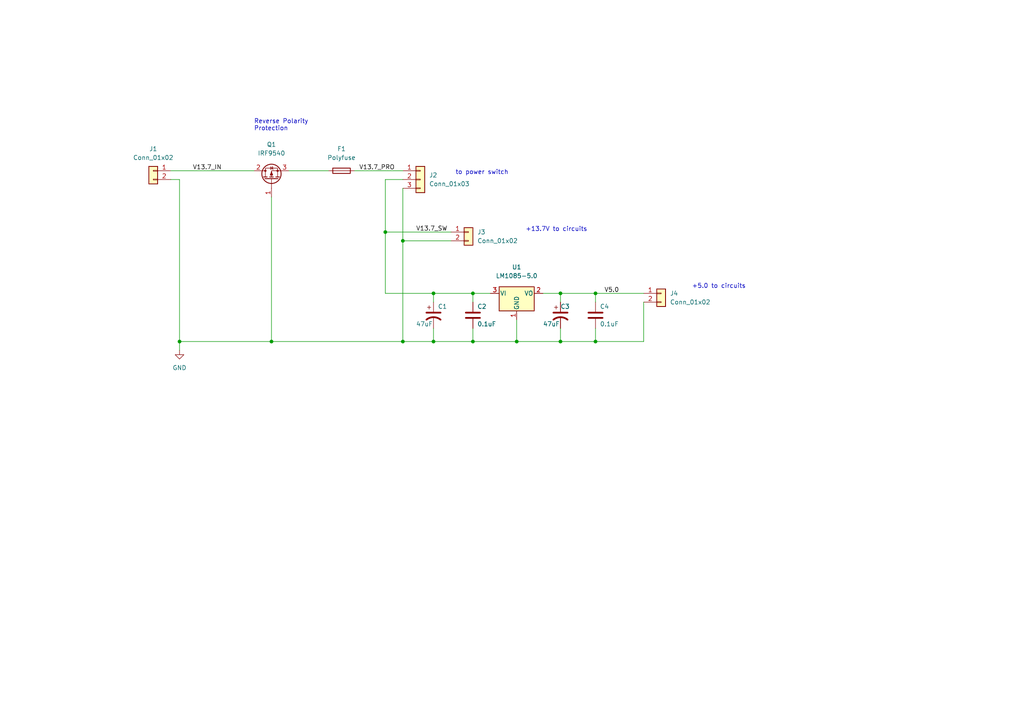
<source format=kicad_sch>
(kicad_sch (version 20211123) (generator eeschema)
  (paper "A4")
  (lib_symbols
    (symbol "Connector_Generic:Conn_01x02" (pin_names (offset 1.016) hide)
      (property "Reference" "J" (at 0 2.54 0))
      (property "Value" "Conn_01x02" (at 0 -5.08 0))
      (symbol "Conn_01x02_1_1"
        (rectangle (start -1.27 -2.413) (end 0 -2.667) (stroke (width 0.1524)))
        (rectangle (start -1.27 0.127) (end 0 -0.127) (stroke (width 0.1524)))
        (rectangle (start -1.27 1.27) (end 1.27 -3.81) (stroke (width 0.254)) (fill (type background)))
        (pin passive line (at -5.08 0 0) (length 3.81) (name "Pin_1") (number "1"))
        (pin passive line (at -5.08 -2.54 0) (length 3.81) (name "Pin_2") (number "2"))
      )
    )
    (symbol "Connector_Generic:Conn_01x03" (pin_names (offset 1.016) hide)
      (property "Reference" "J" (at 0 5.08 0))
      (property "Value" "Conn_01x03" (at 0 -5.08 0))
      (symbol "Conn_01x03_1_1"
        (rectangle (start -1.27 -2.413) (end 0 -2.667) (stroke (width 0.1524)))
        (rectangle (start -1.27 0.127) (end 0 -0.127) (stroke (width 0.1524)))
        (rectangle (start -1.27 2.667) (end 0 2.413) (stroke (width 0.1524)))
        (rectangle (start -1.27 3.81) (end 1.27 -3.81) (stroke (width 0.254)) (fill (type background)))
        (pin passive line (at -5.08 2.54 0) (length 3.81) (name "Pin_1") (number "1"))
        (pin passive line (at -5.08 0 0) (length 3.81) (name "Pin_2") (number "2"))
        (pin passive line (at -5.08 -2.54 0) (length 3.81) (name "Pin_3") (number "3"))
      )
    )
    (symbol "Device:C" (pin_numbers hide) (pin_names (offset 0.254))
      (property "Reference" "C" (at 0.635 2.54 0))
      (property "Value" "C" (at 0.635 -2.54 0))
      (symbol "C_0_1"
        (polyline (pts (xy -2.032 -0.762) (xy 2.032 -0.762)) (stroke (width 0.508)))
        (polyline (pts (xy -2.032 0.762) (xy 2.032 0.762)) (stroke (width 0.508)))
      )
      (symbol "C_1_1"
        (pin passive line (at 0 3.81 270) (length 2.794) (name "~") (number "1"))
        (pin passive line (at 0 -3.81 90) (length 2.794) (name "~") (number "2"))
      )
    )
    (symbol "Device:C_Polarized_US" (pin_numbers hide) (pin_names (offset 0.254) hide)
      (property "Reference" "C" (at 0.635 2.54 0))
      (property "Value" "C_Polarized_US" (at 0.635 -2.54 0))
      (symbol "C_Polarized_US_0_1"
        (polyline (pts (xy -2.032 0.762) (xy 2.032 0.762)) (stroke (width 0.508)))
        (polyline (pts (xy -1.778 2.286) (xy -0.762 2.286)))
        (polyline (pts (xy -1.27 1.778) (xy -1.27 2.794)))
        (arc (start 2.032 -1.27) (mid 0 -0.5572) (end -2.032 -1.27) (stroke (width 0.508)))
      )
      (symbol "C_Polarized_US_1_1"
        (pin passive line (at 0 3.81 270) (length 2.794) (name "~") (number "1"))
        (pin passive line (at 0 -3.81 90) (length 3.302) (name "~") (number "2"))
      )
    )
    (symbol "Device:Fuse" (pin_numbers hide) (pin_names (offset 0))
      (property "Reference" "F" (at 2.032 0 90))
      (property "Value" "Fuse" (at -1.905 0 90))
      (symbol "Fuse_0_1"
        (rectangle (start -0.762 -2.54) (end 0.762 2.54) (stroke (width 0.254)))
        (polyline (pts (xy 0 2.54) (xy 0 -2.54)))
      )
      (symbol "Fuse_1_1"
        (pin passive line (at 0 3.81 270) (length 1.27) (name "~") (number "1"))
        (pin passive line (at 0 -3.81 90) (length 1.27) (name "~") (number "2"))
      )
    )
    (symbol "Device:Q_PMOS_GDS" (pin_names (offset 0) hide)
      (property "Reference" "Q" (at 5.08 1.27 0))
      (property "Value" "Q_PMOS_GDS" (at 5.08 -1.27 0))
      (symbol "Q_PMOS_GDS_0_1"
        (polyline (pts (xy 0.254 0) (xy -2.54 0)))
        (polyline (pts (xy 0.254 1.905) (xy 0.254 -1.905)) (stroke (width 0.254)))
        (polyline (pts (xy 0.762 -1.27) (xy 0.762 -2.286)) (stroke (width 0.254)))
        (polyline (pts (xy 0.762 0.508) (xy 0.762 -0.508)) (stroke (width 0.254)))
        (polyline (pts (xy 0.762 2.286) (xy 0.762 1.27)) (stroke (width 0.254)))
        (polyline (pts (xy 2.54 2.54) (xy 2.54 1.778)))
        (polyline (pts (xy 2.54 -2.54) (xy 2.54 0) (xy 0.762 0)))
        (polyline (pts (xy 0.762 1.778) (xy 3.302 1.778) (xy 3.302 -1.778) (xy 0.762 -1.778)))
        (polyline (pts (xy 2.286 0) (xy 1.27 0.381) (xy 1.27 -0.381) (xy 2.286 0)) (fill (type outline)))
        (polyline (pts (xy 2.794 -0.508) (xy 2.921 -0.381) (xy 3.683 -0.381) (xy 3.81 -0.254)))
        (polyline (pts (xy 3.302 -0.381) (xy 2.921 0.254) (xy 3.683 0.254) (xy 3.302 -0.381)))
        (circle (center 1.651 0) (radius 2.794) (stroke (width 0.254)))
        (circle (center 2.54 -1.778) (radius 0.254) (fill (type outline)))
        (circle (center 2.54 1.778) (radius 0.254) (fill (type outline)))
      )
      (symbol "Q_PMOS_GDS_1_1"
        (pin input line (at -5.08 0 0) (length 2.54) (name "G") (number "1"))
        (pin passive line (at 2.54 5.08 270) (length 2.54) (name "D") (number "2"))
        (pin passive line (at 2.54 -5.08 90) (length 2.54) (name "S") (number "3"))
      )
    )
    (symbol "Regulator_Linear:LM1085-5.0" (pin_names (offset 0.254))
      (property "Reference" "U" (at -3.81 3.175 0))
      (property "Value" "LM1085-5.0" (at 0 3.175 0))
      (symbol "LM1085-5.0_0_1"
        (rectangle (start -5.08 1.905) (end 5.08 -5.08) (stroke (width 0.254)) (fill (type background)))
      )
      (symbol "LM1085-5.0_1_1"
        (pin power_in line (at 0 -7.62 90) (length 2.54) (name "GND") (number "1"))
        (pin power_out line (at 7.62 0 180) (length 2.54) (name "VO") (number "2"))
        (pin power_in line (at -7.62 0 0) (length 2.54) (name "VI") (number "3"))
      )
    )
    (symbol "power:GND" (power) (pin_names (offset 0))
      (property "Value" "GND" (at 0 -3.81 0))
      (symbol "GND_0_1"
        (polyline (pts (xy 0 0) (xy 0 -1.27) (xy 1.27 -1.27) (xy 0 -2.54) (xy -1.27 -1.27) (xy 0 -1.27)))
      )
      (symbol "GND_1_1"
        (pin power_in line (at 0 0 270) (length 0) hide (name "GND") (number "1"))
      )
    )
  )
  (junction (at 111.76 67.31))
  (junction (at 137.16 85.09))
  (junction (at 116.84 99.06))
  (junction (at 162.56 85.09))
  (junction (at 162.56 99.06))
  (junction (at 172.72 85.09))
  (junction (at 125.73 99.06))
  (junction (at 52.07 99.06))
  (junction (at 149.86 99.06))
  (junction (at 78.74 99.06))
  (junction (at 172.72 99.06))
  (junction (at 116.84 69.85))
  (junction (at 125.73 85.09))
  (junction (at 137.16 99.06))
  (wire (pts (xy 162.56 95.25) (xy 162.56 99.06)))
  (wire (pts (xy 111.76 85.09) (xy 111.76 67.31)))
  (wire (pts (xy 137.16 85.09) (xy 142.24 85.09)))
  (wire (pts (xy 116.84 69.85) (xy 116.84 99.06)))
  (wire (pts (xy 125.73 85.09) (xy 137.16 85.09)))
  (wire (pts (xy 149.86 99.06) (xy 137.16 99.06)))
  (wire (pts (xy 125.73 87.63) (xy 125.73 85.09)))
  (wire (pts (xy 172.72 85.09) (xy 172.72 87.63)))
  (wire (pts (xy 116.84 99.06) (xy 78.74 99.06)))
  (wire (pts (xy 111.76 85.09) (xy 125.73 85.09)))
  (wire (pts (xy 52.07 52.07) (xy 52.07 99.06)))
  (wire (pts (xy 116.84 69.85) (xy 130.81 69.85)))
  (wire (pts (xy 157.48 85.09) (xy 162.56 85.09)))
  (wire (pts (xy 125.73 95.25) (xy 125.73 99.06)))
  (wire (pts (xy 172.72 95.25) (xy 172.72 99.06)))
  (wire (pts (xy 111.76 67.31) (xy 130.81 67.31)))
  (wire (pts (xy 137.16 85.09) (xy 137.16 87.63)))
  (wire (pts (xy 83.82 49.53) (xy 95.25 49.53)))
  (wire (pts (xy 137.16 95.25) (xy 137.16 99.06)))
  (wire (pts (xy 172.72 85.09) (xy 186.69 85.09)))
  (wire (pts (xy 172.72 99.06) (xy 186.69 99.06)))
  (wire (pts (xy 78.74 99.06) (xy 52.07 99.06)))
  (wire (pts (xy 137.16 99.06) (xy 125.73 99.06)))
  (wire (pts (xy 125.73 99.06) (xy 116.84 99.06)))
  (wire (pts (xy 78.74 57.15) (xy 78.74 99.06)))
  (wire (pts (xy 116.84 54.61) (xy 116.84 69.85)))
  (wire (pts (xy 162.56 85.09) (xy 162.56 87.63)))
  (wire (pts (xy 111.76 52.07) (xy 111.76 67.31)))
  (wire (pts (xy 49.53 49.53) (xy 73.66 49.53)))
  (wire (pts (xy 186.69 87.63) (xy 186.69 99.06)))
  (wire (pts (xy 162.56 99.06) (xy 172.72 99.06)))
  (wire (pts (xy 149.86 92.71) (xy 149.86 99.06)))
  (wire (pts (xy 162.56 99.06) (xy 149.86 99.06)))
  (wire (pts (xy 52.07 99.06) (xy 52.07 101.6)))
  (wire (pts (xy 49.53 52.07) (xy 52.07 52.07)))
  (wire (pts (xy 102.87 49.53) (xy 116.84 49.53)))
  (wire (pts (xy 162.56 85.09) (xy 172.72 85.09)))
  (wire (pts (xy 116.84 52.07) (xy 111.76 52.07)))
  (text "+13.7V to circuits" (at 152.4 67.31 0) (effects (font (size 1.27 1.27)) (justify left bottom)))
  (text "Reverse Polarity\nProtection" (at 73.66 38.1 0) (effects (font (size 1.27 1.27)) (justify left bottom)))
  (text "to power switch" (at 132.08 50.8 0) (effects (font (size 1.27 1.27)) (justify left bottom)))
  (text "+5.0 to circuits" (at 200.66 83.82 0) (effects (font (size 1.27 1.27)) (justify left bottom)))
  (label "V13.7_IN" (at 55.88 49.53 0))
  (label "V13.7_SW" (at 120.65 67.31 0))
  (label "V5.0" (at 175.26 85.09 0))
  (label "V13.7_PRO" (at 104.14 49.53 0))
  (symbol (lib_id "Connector_Generic:Conn_01x02") (at 135.89 67.31 0) (unit 1)
    (property "Reference" "J3" (at 138.43 67.3099 0) (effects (justify left)))
    (property "Value" "Conn_01x02" (at 138.43 69.8499 0) (effects (justify left)))
    (property "Footprint" "Connector_Wire:SolderWire-0.75sqmm_1x02_P4.8mm_D1.25mm_OD2.3mm" (effects hide))
  )
  (symbol (lib_id "Device:C_Polarized_US") (at 162.56 91.44 0) (unit 1)
    (property "Reference" "C3" (at 162.56 88.9 0) (effects (justify left)))
    (property "Value" "47uF" (at 157.48 93.98 0) (effects (justify left)))
    (property "Footprint" "Capacitor_THT:CP_Radial_D7.5mm_P2.50mm" (effects hide))
  )
  (symbol (lib_id "Device:C") (at 137.16 91.44 0) (unit 1)
    (property "Reference" "C2" (at 138.43 88.9 0) (effects (justify left)))
    (property "Value" "0.1uF" (at 138.43 93.98 0) (effects (justify left)))
    (property "Footprint" "Capacitor_SMD:C_0603_1608Metric_Pad1.08x0.95mm_HandSolder" (effects hide))
  )
  (symbol (lib_id "Connector_Generic:Conn_01x02") (at 191.77 85.09 0) (unit 1)
    (property "Reference" "J4" (at 194.31 85.0899 0) (effects (justify left)))
    (property "Value" "Conn_01x02" (at 194.31 87.6299 0) (effects (justify left)))
    (property "Footprint" "Connector_Wire:SolderWire-0.75sqmm_1x02_P4.8mm_D1.25mm_OD2.3mm" (effects hide))
  )
  (symbol (lib_id "Regulator_Linear:LM1085-5.0") (at 149.86 85.09 0) (unit 1)
    (property "Reference" "U1" (at 149.86 77.47 0))
    (property "Value" "LM1085-5.0" (at 149.86 80.01 0))
    (property "Footprint" "Package_TO_SOT_THT:TO-220-3_Vertical" (effects hide))
    (property "Datasheet" "http://www.ti.com/lit/ds/symlink/lm1085.pdf" (effects hide))
  )
  (symbol (lib_id "Device:Q_PMOS_GDS") (at 78.74 52.07 90) (unit 1)
    (property "Reference" "Q1" (at 78.74 41.91 90))
    (property "Value" "IRF9540" (at 78.74 44.45 90))
    (property "Footprint" "Package_TO_SOT_THT:TO-220-3_Vertical" (effects hide))
  )
  (symbol (lib_id "Device:C") (at 172.72 91.44 0) (unit 1)
    (property "Reference" "C4" (at 173.99 88.9 0) (effects (justify left)))
    (property "Value" "0.1uF" (at 173.99 93.98 0) (effects (justify left)))
    (property "Footprint" "Capacitor_SMD:C_0603_1608Metric_Pad1.08x0.95mm_HandSolder" (effects hide))
  )
  (symbol (lib_id "Connector_Generic:Conn_01x03") (at 121.92 52.07 0) (unit 1)
    (property "Reference" "J2" (at 124.46 50.7999 0) (effects (justify left)))
    (property "Value" "Conn_01x03" (at 124.46 53.3399 0) (effects (justify left)))
    (property "Footprint" "Connector_Wire:SolderWire-0.75sqmm_1x03_P4.8mm_D1.25mm_OD2.3mm" (effects hide))
  )
  (symbol (lib_id "Device:Fuse") (at 99.06 49.53 90) (unit 1)
    (property "Reference" "F1" (at 99.06 43.18 90))
    (property "Value" "Polyfuse" (at 99.06 45.72 90))
    (property "Footprint" "Fuse:Fuse_2920_7451Metric_Pad2.10x5.45mm_HandSolder" (effects hide))
  )
  (symbol (lib_id "Connector_Generic:Conn_01x02") (at 44.45 49.53 0) (mirror y) (unit 1)
    (property "Reference" "J1" (at 44.45 43.18 0))
    (property "Value" "Conn_01x02" (at 44.45 45.72 0))
    (property "Footprint" "Connector_Wire:SolderWire-0.75sqmm_1x02_P4.8mm_D1.25mm_OD2.3mm" (effects hide))
  )
  (symbol (lib_id "Device:C_Polarized_US") (at 125.73 91.44 0) (unit 1)
    (property "Reference" "C1" (at 127 88.9 0) (effects (justify left)))
    (property "Value" "47uF" (at 120.65 93.98 0) (effects (justify left)))
    (property "Footprint" "Capacitor_THT:CP_Radial_D7.5mm_P2.50mm" (effects hide))
  )
  (symbol (lib_id "power:GND") (at 52.07 101.6 0) (unit 1)
    (property "Reference" "#PWR01" (effects hide))
    (property "Value" "GND" (at 52.07 106.68 0))
  )
)
</source>
